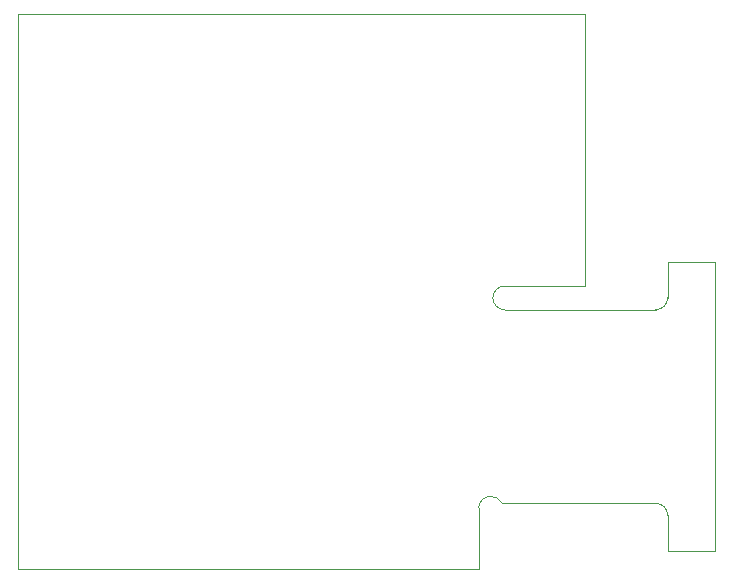
<source format=gbr>
%TF.GenerationSoftware,KiCad,Pcbnew,(6.0.7)*%
%TF.CreationDate,2022-11-13T02:02:31+01:00*%
%TF.ProjectId,TTL_to_HDMI,54544c5f-746f-45f4-9844-4d492e6b6963,rev?*%
%TF.SameCoordinates,Original*%
%TF.FileFunction,Profile,NP*%
%FSLAX46Y46*%
G04 Gerber Fmt 4.6, Leading zero omitted, Abs format (unit mm)*
G04 Created by KiCad (PCBNEW (6.0.7)) date 2022-11-13 02:02:31*
%MOMM*%
%LPD*%
G01*
G04 APERTURE LIST*
%TA.AperFunction,Profile*%
%ADD10C,0.100000*%
%TD*%
G04 APERTURE END LIST*
D10*
X135000000Y-93000000D02*
X135000000Y-114400000D01*
X116000000Y-112800000D02*
G75*
G03*
X115000000Y-113800000I0J-1000000D01*
G01*
X130000000Y-97000000D02*
G75*
G03*
X131000000Y-96000000I0J1000000D01*
G01*
X115000000Y-113800000D02*
X115000000Y-119000000D01*
X131000000Y-114400000D02*
G75*
G03*
X130000000Y-113400000I-1000000J0D01*
G01*
X76000000Y-72000000D02*
X124000000Y-72000000D01*
X131000000Y-93000000D02*
X135000000Y-93000000D01*
X116999984Y-113400008D02*
G75*
G03*
X116000000Y-112800000I-999984J-533292D01*
G01*
X117200000Y-95000000D02*
G75*
G03*
X116200000Y-96000000I0J-1000000D01*
G01*
X76000000Y-119000000D02*
X76000000Y-72000000D01*
X130000000Y-113400000D02*
X117000000Y-113400000D01*
X124000000Y-72000000D02*
X124000000Y-94000000D01*
X131000000Y-114400000D02*
X131000000Y-117400000D01*
X131000000Y-117400000D02*
X135000000Y-117400000D01*
X135000000Y-117400000D02*
X135000000Y-114400000D01*
X116200000Y-96000000D02*
G75*
G03*
X117200000Y-97000000I1000000J0D01*
G01*
X117200000Y-95000000D02*
X124000000Y-95000000D01*
X117200000Y-97000000D02*
X130000000Y-97000000D01*
X131000000Y-96000000D02*
X131000000Y-93000000D01*
X124000000Y-94000000D02*
X124000000Y-95000000D01*
X115000000Y-119000000D02*
X76000000Y-119000000D01*
M02*

</source>
